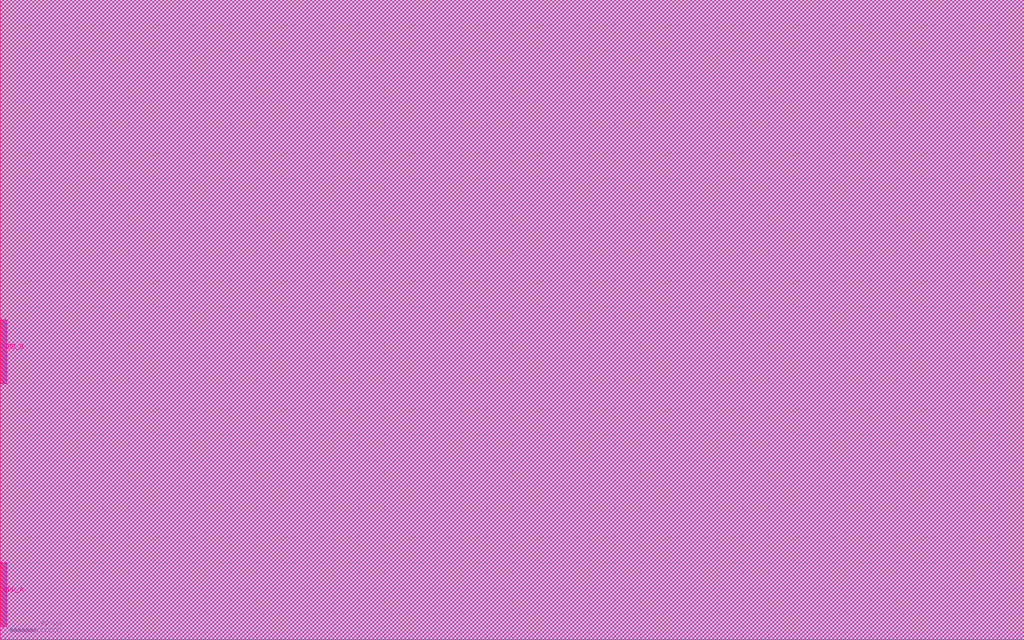
<source format=lef>
VERSION 5.5 ;
NAMESCASESENSITIVE ON ;
#BUSBITCHARS "d" ;
#DIVIDERCHAR "/" ;

SITE unit
  CLASS CORE ;
  SYMMETRY X Y ;
  SIZE 0.2 BY 1.8 ;
END unit


MACRO block1
  CLASS BLOCK ;
  ORIGIN 0 0 ;
  SIZE 800 BY 500 ;
  SYMMETRY X Y R90 ;

  PIN VDD_A
    DIRECTION INOUT ;
    USE POWER ;
    PORT
    LAYER METAL5 ;
       RECT 0 10 5 60 ;
    LAYER METAL6 ;
       RECT 0 10 5 60 ;
    END 
  END VDD_A
  PIN VDD_B
    DIRECTION INOUT ;
    USE POWER ;
    PORT
    LAYER METAL5 ;
       RECT 0 200 5 250 ;
    LAYER METAL6 ;
       RECT 0 200 5 250 ;
    END
  END VDD_B

  OBS
    LAYER METAL1 ;
       RECT 0 0 800 500 ;
    LAYER METAL2 ;
       RECT 0 0 800 500 ;
    LAYER METAL3 ;
       RECT 0 0 800 500 ;
    LAYER METAL4 ;
       RECT 0 0 800 500 ;
    LAYER METAL5 ;
       RECT 0 0 800 500 ;
    LAYER METAL6 ;
       RECT 0 0 800 500 ;
  END
END block1

MACRO block2
  CLASS BLOCK ;
  ORIGIN 0 0 ;
  SIZE 50 BY 300 ;
  SYMMETRY X Y R90 ;

  PIN VDD_A
    DIRECTION INOUT ;
    USE POWER ;
    PORT
    LAYER METAL5 ;
       RECT 0 50 5 70 ;
    LAYER METAL6 ;
       RECT 0 50 5 70 ;
    END
  END VDD_A

  OBS
    LAYER METAL1 ;
       RECT 0 0 50 300 ;
    LAYER METAL2 ;
       RECT 0 0 50 300 ;
    LAYER METAL3 ;
       RECT 0 0 50 300 ;
    LAYER METAL4 ;
       RECT 0 0 50 300 ;
    LAYER METAL5 ;
       RECT 0 0 50 300 ;
    LAYER METAL6 ;
       RECT 0 0 50 300 ;
  END  
END block2

MACRO block3
  CLASS BLOCK ;
  ORIGIN 0 0 ;
  SIZE 100 BY 200 ;
  SYMMETRY X Y R90 ;

  PIN VDD_A
    DIRECTION INOUT ;
    USE POWER ;
    PORT
    LAYER METAL2 ;
       RECT 0 50 5 70 ;
    LAYER METAL3 ;
       RECT 0 50 5 70 ;
    END
  END VDD_A

  OBS
    LAYER METAL1 ;
       RECT 0 0 100 200 ;
    LAYER METAL2 ;
       RECT 0 0 100 200 ;
    LAYER METAL3 ;
       RECT 0 0 100 200 ;
  END
END block3

MACRO block4
  CLASS BLOCK ;
  ORIGIN 0 0 ;
  SIZE 300 BY 300 ;
  SYMMETRY X Y R90 ;

  PIN VDD_A
    DIRECTION INOUT ;
    USE POWER ;
    PORT
    LAYER METAL5 ;
       RECT 0 100 5 200 ;
    LAYER METAL6 ;
       RECT 0 100 5 200 ;
    END
  END VDD_A

  OBS
    LAYER METAL1 ;
       RECT 0 0 300 300 ;
    LAYER METAL2 ;
       RECT 0 0 300 300 ;
    LAYER METAL3 ;
       RECT 0 0 300 300 ;
    LAYER METAL4 ;
       RECT 0 0 300 300 ;
    LAYER METAL5 ;
       RECT 0 0 300 300 ;
    LAYER METAL6 ;
       RECT 0 0 300 300 ;
  END
END block4

MACRO block5
  CLASS BLOCK ;
  ORIGIN 0 0 ;
  SIZE 250 BY 700 ;
  SYMMETRY X Y R90 ;

  PIN VDD_A
    DIRECTION INOUT ;
    USE POWER ;
    PORT
    LAYER METAL5 ;
       RECT 0 150 5 180 ;
    LAYER METAL6 ;
       RECT 0 150 5 180 ;
    END
  END VDD_A
  PIN VDD_B
    DIRECTION INOUT ;
    USE POWER ;
    PORT
    LAYER METAL5 ;
       RECT 0 250 5 280 ;
    LAYER METAL6 ;
       RECT 0 250 5 280 ;
    END
  END VDD_B
  PIN VDD_C
    DIRECTION INOUT ;
    USE POWER ;
    PORT
    LAYER METAL5 ;
       RECT 0 350 5 380 ;
    LAYER METAL6 ;
       RECT 0 350 5 380 ;
    END
  END VDD_C
  PIN VDD_D
    DIRECTION INOUT ;
    USE POWER ;
    PORT
    LAYER METAL5 ;
       RECT 0 450 5 480 ;
    LAYER METAL6 ;
       RECT 0 450 5 480 ;
    END
  END VDD_D
  PIN VDD_E
    DIRECTION INOUT ;
    USE POWER ;
    PORT
    LAYER METAL5 ;
       RECT 0 550 5 580 ;
    LAYER METAL6 ;
       RECT 0 550 5 580 ;
    END
  END VDD_E

  OBS
    LAYER METAL1 ;
       RECT 0 0 250 700 ;
    LAYER METAL2 ; 
       RECT 0 0 250 700 ;
    LAYER METAL3 ; 
       RECT 0 0 250 700 ;
    LAYER METAL4 ;
       RECT 0 0 250 700 ;
    LAYER METAL5 ;
       RECT 0 0 250 700 ;
    LAYER METAL6 ;
       RECT 0 0 250 700 ;
  END  
END block5

END LIBRARY

</source>
